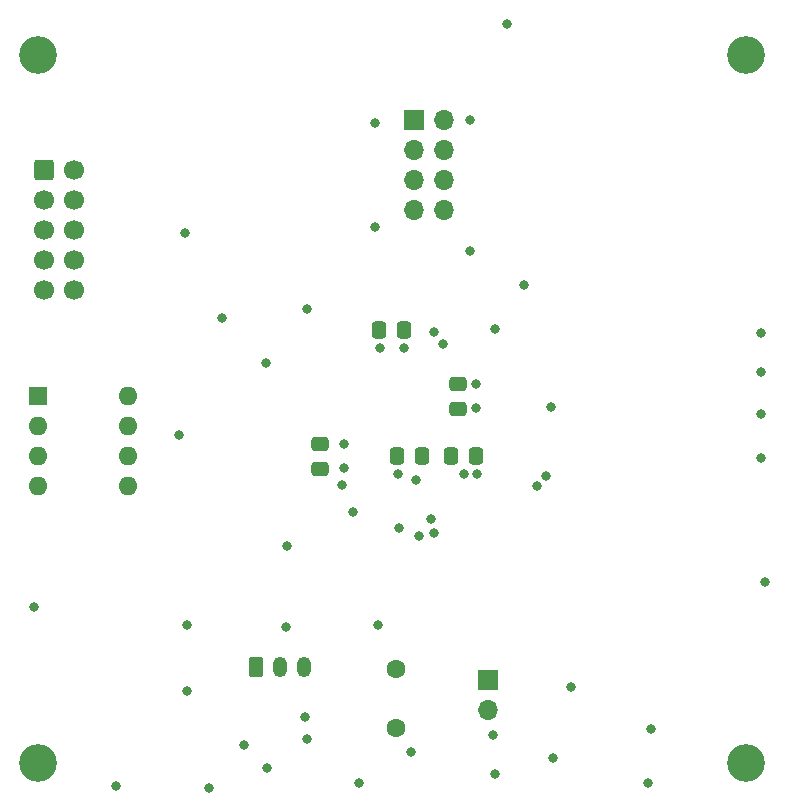
<source format=gbr>
G04 #@! TF.GenerationSoftware,KiCad,Pcbnew,(6.0.4)*
G04 #@! TF.CreationDate,2023-03-06T11:11:44-05:00*
G04 #@! TF.ProjectId,LED_Module,4c45445f-4d6f-4647-956c-652e6b696361,rev?*
G04 #@! TF.SameCoordinates,Original*
G04 #@! TF.FileFunction,Soldermask,Bot*
G04 #@! TF.FilePolarity,Negative*
%FSLAX46Y46*%
G04 Gerber Fmt 4.6, Leading zero omitted, Abs format (unit mm)*
G04 Created by KiCad (PCBNEW (6.0.4)) date 2023-03-06 11:11:44*
%MOMM*%
%LPD*%
G01*
G04 APERTURE LIST*
G04 Aperture macros list*
%AMRoundRect*
0 Rectangle with rounded corners*
0 $1 Rounding radius*
0 $2 $3 $4 $5 $6 $7 $8 $9 X,Y pos of 4 corners*
0 Add a 4 corners polygon primitive as box body*
4,1,4,$2,$3,$4,$5,$6,$7,$8,$9,$2,$3,0*
0 Add four circle primitives for the rounded corners*
1,1,$1+$1,$2,$3*
1,1,$1+$1,$4,$5*
1,1,$1+$1,$6,$7*
1,1,$1+$1,$8,$9*
0 Add four rect primitives between the rounded corners*
20,1,$1+$1,$2,$3,$4,$5,0*
20,1,$1+$1,$4,$5,$6,$7,0*
20,1,$1+$1,$6,$7,$8,$9,0*
20,1,$1+$1,$8,$9,$2,$3,0*%
G04 Aperture macros list end*
%ADD10RoundRect,0.250000X-0.350000X-0.625000X0.350000X-0.625000X0.350000X0.625000X-0.350000X0.625000X0*%
%ADD11O,1.200000X1.750000*%
%ADD12R,1.600000X1.600000*%
%ADD13O,1.600000X1.600000*%
%ADD14R,1.700000X1.700000*%
%ADD15O,1.700000X1.700000*%
%ADD16C,3.200000*%
%ADD17C,3.200001*%
%ADD18RoundRect,0.250000X-0.600000X-0.600000X0.600000X-0.600000X0.600000X0.600000X-0.600000X0.600000X0*%
%ADD19C,1.700000*%
%ADD20C,1.600000*%
%ADD21RoundRect,0.250000X-0.337500X-0.475000X0.337500X-0.475000X0.337500X0.475000X-0.337500X0.475000X0*%
%ADD22RoundRect,0.250000X-0.475000X0.337500X-0.475000X-0.337500X0.475000X-0.337500X0.475000X0.337500X0*%
%ADD23RoundRect,0.250000X0.337500X0.475000X-0.337500X0.475000X-0.337500X-0.475000X0.337500X-0.475000X0*%
%ADD24RoundRect,0.250000X0.475000X-0.337500X0.475000X0.337500X-0.475000X0.337500X-0.475000X-0.337500X0*%
%ADD25C,0.800000*%
G04 APERTURE END LIST*
D10*
G04 #@! TO.C,J2*
X73512800Y-106884000D03*
D11*
X75512800Y-106884000D03*
X77512800Y-106884000D03*
G04 #@! TD*
D12*
G04 #@! TO.C,U4*
X54991000Y-83947000D03*
D13*
X54991000Y-86487000D03*
X54991000Y-89027000D03*
X54991000Y-91567000D03*
X62611000Y-91567000D03*
X62611000Y-89027000D03*
X62611000Y-86487000D03*
X62611000Y-83947000D03*
G04 #@! TD*
D14*
G04 #@! TO.C,J4*
X93091000Y-107950000D03*
D15*
X93091000Y-110490000D03*
G04 #@! TD*
D16*
G04 #@! TO.C,H2*
X55000000Y-115000000D03*
G04 #@! TD*
D17*
G04 #@! TO.C,H1*
X114999999Y-54999992D03*
G04 #@! TD*
D18*
G04 #@! TO.C,J1*
X55499000Y-64770000D03*
D19*
X58039000Y-64770000D03*
X55499000Y-67310000D03*
X58039000Y-67310000D03*
X55499000Y-69850000D03*
X58039000Y-69850000D03*
X55499000Y-72390000D03*
X58039000Y-72390000D03*
X55499000Y-74930000D03*
X58039000Y-74930000D03*
G04 #@! TD*
D16*
G04 #@! TO.C,H4*
X55000000Y-55000000D03*
G04 #@! TD*
D14*
G04 #@! TO.C,J3*
X86868000Y-60579000D03*
D15*
X89408000Y-60579000D03*
X86868000Y-63119000D03*
X89408000Y-63119000D03*
X86868000Y-65659000D03*
X89408000Y-65659000D03*
X86868000Y-68199000D03*
X89408000Y-68199000D03*
G04 #@! TD*
D20*
G04 #@! TO.C,C14*
X85369400Y-112061000D03*
X85369400Y-107061000D03*
G04 #@! TD*
D16*
G04 #@! TO.C,H3*
X115000000Y-115000000D03*
G04 #@! TD*
D21*
G04 #@! TO.C,C4*
X83925500Y-78359000D03*
X86000500Y-78359000D03*
G04 #@! TD*
D22*
G04 #@! TO.C,C6*
X90551000Y-82909500D03*
X90551000Y-84984500D03*
G04 #@! TD*
D23*
G04 #@! TO.C,C2*
X87524500Y-89027000D03*
X85449500Y-89027000D03*
G04 #@! TD*
D24*
G04 #@! TO.C,C8*
X78867000Y-90064500D03*
X78867000Y-87989500D03*
G04 #@! TD*
D23*
G04 #@! TO.C,C5*
X92096500Y-89027000D03*
X90021500Y-89027000D03*
G04 #@! TD*
D25*
X67634800Y-103293000D03*
X67634800Y-108881000D03*
X92179428Y-90551000D03*
X76073000Y-96647000D03*
X76052800Y-103455000D03*
X92075000Y-82931000D03*
X83947000Y-79883000D03*
X86995000Y-91059000D03*
X80899000Y-90043000D03*
X67437000Y-70104000D03*
X96139000Y-74549000D03*
X70612000Y-77343000D03*
X93726000Y-78232000D03*
X80772000Y-91440000D03*
X81661000Y-93726000D03*
X85598000Y-95123000D03*
X87249000Y-95758000D03*
X88265000Y-94361000D03*
X88519000Y-95504000D03*
X97282000Y-91567000D03*
X98044000Y-90678000D03*
X83566000Y-60833000D03*
X83566000Y-69596000D03*
X88519000Y-78486000D03*
X74295000Y-81153000D03*
X89281000Y-79502000D03*
X66929000Y-87249000D03*
X116586000Y-99695000D03*
X91572000Y-71618000D03*
X82169000Y-116713000D03*
X77673200Y-111048800D03*
X91059000Y-90551000D03*
X77830800Y-112980000D03*
X106680000Y-116713000D03*
X77806000Y-76584980D03*
X85979000Y-79883000D03*
X54716800Y-101804000D03*
X93726000Y-115951000D03*
X116223000Y-85471000D03*
X61595000Y-116967000D03*
X92075000Y-84963000D03*
X91572000Y-60569000D03*
X116205000Y-78613000D03*
X93588451Y-112646633D03*
X86614000Y-114046000D03*
X85471000Y-90551000D03*
X69469000Y-117094000D03*
X74401800Y-115393000D03*
X72491600Y-113487200D03*
X94767400Y-52421400D03*
X116205000Y-89154000D03*
X116205000Y-81915000D03*
X80899000Y-88011000D03*
X106934000Y-112141000D03*
X98425000Y-84836000D03*
X83820000Y-103288500D03*
X100177600Y-108508800D03*
X98628200Y-114579400D03*
M02*

</source>
